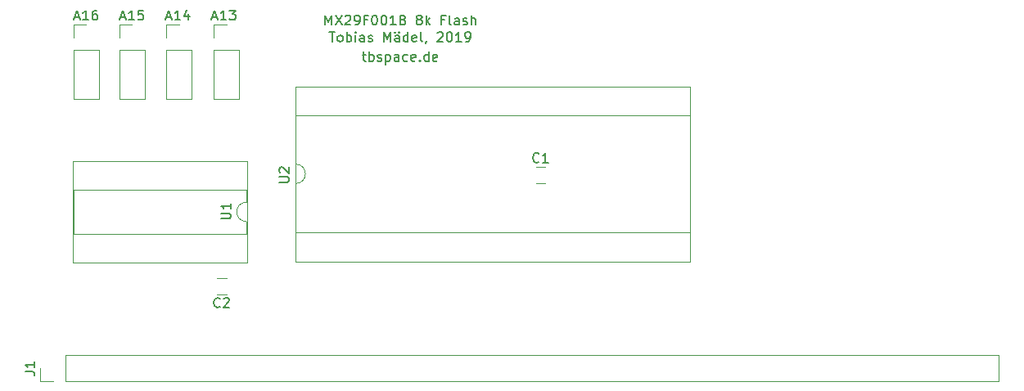
<source format=gto>
G04 #@! TF.GenerationSoftware,KiCad,Pcbnew,5.1.4*
G04 #@! TF.CreationDate,2019-10-08T23:19:43+02:00*
G04 #@! TF.ProjectId,rc-29f001,72632d32-3966-4303-9031-2e6b69636164,rev?*
G04 #@! TF.SameCoordinates,Original*
G04 #@! TF.FileFunction,Legend,Top*
G04 #@! TF.FilePolarity,Positive*
%FSLAX46Y46*%
G04 Gerber Fmt 4.6, Leading zero omitted, Abs format (unit mm)*
G04 Created by KiCad (PCBNEW 5.1.4) date 2019-10-08 23:19:43*
%MOMM*%
%LPD*%
G04 APERTURE LIST*
%ADD10C,0.150000*%
%ADD11C,0.120000*%
G04 APERTURE END LIST*
D10*
X38559523Y-151916666D02*
X39035714Y-151916666D01*
X38464285Y-152202380D02*
X38797619Y-151202380D01*
X39130952Y-152202380D01*
X39988095Y-152202380D02*
X39416666Y-152202380D01*
X39702380Y-152202380D02*
X39702380Y-151202380D01*
X39607142Y-151345238D01*
X39511904Y-151440476D01*
X39416666Y-151488095D01*
X40321428Y-151202380D02*
X40940476Y-151202380D01*
X40607142Y-151583333D01*
X40750000Y-151583333D01*
X40845238Y-151630952D01*
X40892857Y-151678571D01*
X40940476Y-151773809D01*
X40940476Y-152011904D01*
X40892857Y-152107142D01*
X40845238Y-152154761D01*
X40750000Y-152202380D01*
X40464285Y-152202380D01*
X40369047Y-152154761D01*
X40321428Y-152107142D01*
X33809523Y-151916666D02*
X34285714Y-151916666D01*
X33714285Y-152202380D02*
X34047619Y-151202380D01*
X34380952Y-152202380D01*
X35238095Y-152202380D02*
X34666666Y-152202380D01*
X34952380Y-152202380D02*
X34952380Y-151202380D01*
X34857142Y-151345238D01*
X34761904Y-151440476D01*
X34666666Y-151488095D01*
X36095238Y-151535714D02*
X36095238Y-152202380D01*
X35857142Y-151154761D02*
X35619047Y-151869047D01*
X36238095Y-151869047D01*
X29059523Y-151916666D02*
X29535714Y-151916666D01*
X28964285Y-152202380D02*
X29297619Y-151202380D01*
X29630952Y-152202380D01*
X30488095Y-152202380D02*
X29916666Y-152202380D01*
X30202380Y-152202380D02*
X30202380Y-151202380D01*
X30107142Y-151345238D01*
X30011904Y-151440476D01*
X29916666Y-151488095D01*
X31392857Y-151202380D02*
X30916666Y-151202380D01*
X30869047Y-151678571D01*
X30916666Y-151630952D01*
X31011904Y-151583333D01*
X31250000Y-151583333D01*
X31345238Y-151630952D01*
X31392857Y-151678571D01*
X31440476Y-151773809D01*
X31440476Y-152011904D01*
X31392857Y-152107142D01*
X31345238Y-152154761D01*
X31250000Y-152202380D01*
X31011904Y-152202380D01*
X30916666Y-152154761D01*
X30869047Y-152107142D01*
X24309523Y-151916666D02*
X24785714Y-151916666D01*
X24214285Y-152202380D02*
X24547619Y-151202380D01*
X24880952Y-152202380D01*
X25738095Y-152202380D02*
X25166666Y-152202380D01*
X25452380Y-152202380D02*
X25452380Y-151202380D01*
X25357142Y-151345238D01*
X25261904Y-151440476D01*
X25166666Y-151488095D01*
X26595238Y-151202380D02*
X26404761Y-151202380D01*
X26309523Y-151250000D01*
X26261904Y-151297619D01*
X26166666Y-151440476D01*
X26119047Y-151630952D01*
X26119047Y-152011904D01*
X26166666Y-152107142D01*
X26214285Y-152154761D01*
X26309523Y-152202380D01*
X26500000Y-152202380D01*
X26595238Y-152154761D01*
X26642857Y-152107142D01*
X26690476Y-152011904D01*
X26690476Y-151773809D01*
X26642857Y-151678571D01*
X26595238Y-151630952D01*
X26500000Y-151583333D01*
X26309523Y-151583333D01*
X26214285Y-151630952D01*
X26166666Y-151678571D01*
X26119047Y-151773809D01*
X54071428Y-155785714D02*
X54452380Y-155785714D01*
X54214285Y-155452380D02*
X54214285Y-156309523D01*
X54261904Y-156404761D01*
X54357142Y-156452380D01*
X54452380Y-156452380D01*
X54785714Y-156452380D02*
X54785714Y-155452380D01*
X54785714Y-155833333D02*
X54880952Y-155785714D01*
X55071428Y-155785714D01*
X55166666Y-155833333D01*
X55214285Y-155880952D01*
X55261904Y-155976190D01*
X55261904Y-156261904D01*
X55214285Y-156357142D01*
X55166666Y-156404761D01*
X55071428Y-156452380D01*
X54880952Y-156452380D01*
X54785714Y-156404761D01*
X55642857Y-156404761D02*
X55738095Y-156452380D01*
X55928571Y-156452380D01*
X56023809Y-156404761D01*
X56071428Y-156309523D01*
X56071428Y-156261904D01*
X56023809Y-156166666D01*
X55928571Y-156119047D01*
X55785714Y-156119047D01*
X55690476Y-156071428D01*
X55642857Y-155976190D01*
X55642857Y-155928571D01*
X55690476Y-155833333D01*
X55785714Y-155785714D01*
X55928571Y-155785714D01*
X56023809Y-155833333D01*
X56500000Y-155785714D02*
X56500000Y-156785714D01*
X56500000Y-155833333D02*
X56595238Y-155785714D01*
X56785714Y-155785714D01*
X56880952Y-155833333D01*
X56928571Y-155880952D01*
X56976190Y-155976190D01*
X56976190Y-156261904D01*
X56928571Y-156357142D01*
X56880952Y-156404761D01*
X56785714Y-156452380D01*
X56595238Y-156452380D01*
X56500000Y-156404761D01*
X57833333Y-156452380D02*
X57833333Y-155928571D01*
X57785714Y-155833333D01*
X57690476Y-155785714D01*
X57500000Y-155785714D01*
X57404761Y-155833333D01*
X57833333Y-156404761D02*
X57738095Y-156452380D01*
X57500000Y-156452380D01*
X57404761Y-156404761D01*
X57357142Y-156309523D01*
X57357142Y-156214285D01*
X57404761Y-156119047D01*
X57500000Y-156071428D01*
X57738095Y-156071428D01*
X57833333Y-156023809D01*
X58738095Y-156404761D02*
X58642857Y-156452380D01*
X58452380Y-156452380D01*
X58357142Y-156404761D01*
X58309523Y-156357142D01*
X58261904Y-156261904D01*
X58261904Y-155976190D01*
X58309523Y-155880952D01*
X58357142Y-155833333D01*
X58452380Y-155785714D01*
X58642857Y-155785714D01*
X58738095Y-155833333D01*
X59547619Y-156404761D02*
X59452380Y-156452380D01*
X59261904Y-156452380D01*
X59166666Y-156404761D01*
X59119047Y-156309523D01*
X59119047Y-155928571D01*
X59166666Y-155833333D01*
X59261904Y-155785714D01*
X59452380Y-155785714D01*
X59547619Y-155833333D01*
X59595238Y-155928571D01*
X59595238Y-156023809D01*
X59119047Y-156119047D01*
X60023809Y-156357142D02*
X60071428Y-156404761D01*
X60023809Y-156452380D01*
X59976190Y-156404761D01*
X60023809Y-156357142D01*
X60023809Y-156452380D01*
X60928571Y-156452380D02*
X60928571Y-155452380D01*
X60928571Y-156404761D02*
X60833333Y-156452380D01*
X60642857Y-156452380D01*
X60547619Y-156404761D01*
X60500000Y-156357142D01*
X60452380Y-156261904D01*
X60452380Y-155976190D01*
X60500000Y-155880952D01*
X60547619Y-155833333D01*
X60642857Y-155785714D01*
X60833333Y-155785714D01*
X60928571Y-155833333D01*
X61785714Y-156404761D02*
X61690476Y-156452380D01*
X61500000Y-156452380D01*
X61404761Y-156404761D01*
X61357142Y-156309523D01*
X61357142Y-155928571D01*
X61404761Y-155833333D01*
X61500000Y-155785714D01*
X61690476Y-155785714D01*
X61785714Y-155833333D01*
X61833333Y-155928571D01*
X61833333Y-156023809D01*
X61357142Y-156119047D01*
X50642857Y-153452380D02*
X51214285Y-153452380D01*
X50928571Y-154452380D02*
X50928571Y-153452380D01*
X51690476Y-154452380D02*
X51595238Y-154404761D01*
X51547619Y-154357142D01*
X51500000Y-154261904D01*
X51500000Y-153976190D01*
X51547619Y-153880952D01*
X51595238Y-153833333D01*
X51690476Y-153785714D01*
X51833333Y-153785714D01*
X51928571Y-153833333D01*
X51976190Y-153880952D01*
X52023809Y-153976190D01*
X52023809Y-154261904D01*
X51976190Y-154357142D01*
X51928571Y-154404761D01*
X51833333Y-154452380D01*
X51690476Y-154452380D01*
X52452380Y-154452380D02*
X52452380Y-153452380D01*
X52452380Y-153833333D02*
X52547619Y-153785714D01*
X52738095Y-153785714D01*
X52833333Y-153833333D01*
X52880952Y-153880952D01*
X52928571Y-153976190D01*
X52928571Y-154261904D01*
X52880952Y-154357142D01*
X52833333Y-154404761D01*
X52738095Y-154452380D01*
X52547619Y-154452380D01*
X52452380Y-154404761D01*
X53357142Y-154452380D02*
X53357142Y-153785714D01*
X53357142Y-153452380D02*
X53309523Y-153500000D01*
X53357142Y-153547619D01*
X53404761Y-153500000D01*
X53357142Y-153452380D01*
X53357142Y-153547619D01*
X54261904Y-154452380D02*
X54261904Y-153928571D01*
X54214285Y-153833333D01*
X54119047Y-153785714D01*
X53928571Y-153785714D01*
X53833333Y-153833333D01*
X54261904Y-154404761D02*
X54166666Y-154452380D01*
X53928571Y-154452380D01*
X53833333Y-154404761D01*
X53785714Y-154309523D01*
X53785714Y-154214285D01*
X53833333Y-154119047D01*
X53928571Y-154071428D01*
X54166666Y-154071428D01*
X54261904Y-154023809D01*
X54690476Y-154404761D02*
X54785714Y-154452380D01*
X54976190Y-154452380D01*
X55071428Y-154404761D01*
X55119047Y-154309523D01*
X55119047Y-154261904D01*
X55071428Y-154166666D01*
X54976190Y-154119047D01*
X54833333Y-154119047D01*
X54738095Y-154071428D01*
X54690476Y-153976190D01*
X54690476Y-153928571D01*
X54738095Y-153833333D01*
X54833333Y-153785714D01*
X54976190Y-153785714D01*
X55071428Y-153833333D01*
X56309523Y-154452380D02*
X56309523Y-153452380D01*
X56642857Y-154166666D01*
X56976190Y-153452380D01*
X56976190Y-154452380D01*
X57880952Y-154452380D02*
X57880952Y-153928571D01*
X57833333Y-153833333D01*
X57738095Y-153785714D01*
X57547619Y-153785714D01*
X57452380Y-153833333D01*
X57880952Y-154404761D02*
X57785714Y-154452380D01*
X57547619Y-154452380D01*
X57452380Y-154404761D01*
X57404761Y-154309523D01*
X57404761Y-154214285D01*
X57452380Y-154119047D01*
X57547619Y-154071428D01*
X57785714Y-154071428D01*
X57880952Y-154023809D01*
X57452380Y-153452380D02*
X57500000Y-153500000D01*
X57452380Y-153547619D01*
X57404761Y-153500000D01*
X57452380Y-153452380D01*
X57452380Y-153547619D01*
X57833333Y-153452380D02*
X57880952Y-153500000D01*
X57833333Y-153547619D01*
X57785714Y-153500000D01*
X57833333Y-153452380D01*
X57833333Y-153547619D01*
X58785714Y-154452380D02*
X58785714Y-153452380D01*
X58785714Y-154404761D02*
X58690476Y-154452380D01*
X58500000Y-154452380D01*
X58404761Y-154404761D01*
X58357142Y-154357142D01*
X58309523Y-154261904D01*
X58309523Y-153976190D01*
X58357142Y-153880952D01*
X58404761Y-153833333D01*
X58500000Y-153785714D01*
X58690476Y-153785714D01*
X58785714Y-153833333D01*
X59642857Y-154404761D02*
X59547619Y-154452380D01*
X59357142Y-154452380D01*
X59261904Y-154404761D01*
X59214285Y-154309523D01*
X59214285Y-153928571D01*
X59261904Y-153833333D01*
X59357142Y-153785714D01*
X59547619Y-153785714D01*
X59642857Y-153833333D01*
X59690476Y-153928571D01*
X59690476Y-154023809D01*
X59214285Y-154119047D01*
X60261904Y-154452380D02*
X60166666Y-154404761D01*
X60119047Y-154309523D01*
X60119047Y-153452380D01*
X60690476Y-154404761D02*
X60690476Y-154452380D01*
X60642857Y-154547619D01*
X60595238Y-154595238D01*
X61833333Y-153547619D02*
X61880952Y-153500000D01*
X61976190Y-153452380D01*
X62214285Y-153452380D01*
X62309523Y-153500000D01*
X62357142Y-153547619D01*
X62404761Y-153642857D01*
X62404761Y-153738095D01*
X62357142Y-153880952D01*
X61785714Y-154452380D01*
X62404761Y-154452380D01*
X63023809Y-153452380D02*
X63119047Y-153452380D01*
X63214285Y-153500000D01*
X63261904Y-153547619D01*
X63309523Y-153642857D01*
X63357142Y-153833333D01*
X63357142Y-154071428D01*
X63309523Y-154261904D01*
X63261904Y-154357142D01*
X63214285Y-154404761D01*
X63119047Y-154452380D01*
X63023809Y-154452380D01*
X62928571Y-154404761D01*
X62880952Y-154357142D01*
X62833333Y-154261904D01*
X62785714Y-154071428D01*
X62785714Y-153833333D01*
X62833333Y-153642857D01*
X62880952Y-153547619D01*
X62928571Y-153500000D01*
X63023809Y-153452380D01*
X64309523Y-154452380D02*
X63738095Y-154452380D01*
X64023809Y-154452380D02*
X64023809Y-153452380D01*
X63928571Y-153595238D01*
X63833333Y-153690476D01*
X63738095Y-153738095D01*
X64785714Y-154452380D02*
X64976190Y-154452380D01*
X65071428Y-154404761D01*
X65119047Y-154357142D01*
X65214285Y-154214285D01*
X65261904Y-154023809D01*
X65261904Y-153642857D01*
X65214285Y-153547619D01*
X65166666Y-153500000D01*
X65071428Y-153452380D01*
X64880952Y-153452380D01*
X64785714Y-153500000D01*
X64738095Y-153547619D01*
X64690476Y-153642857D01*
X64690476Y-153880952D01*
X64738095Y-153976190D01*
X64785714Y-154023809D01*
X64880952Y-154071428D01*
X65071428Y-154071428D01*
X65166666Y-154023809D01*
X65214285Y-153976190D01*
X65261904Y-153880952D01*
X50238095Y-152702380D02*
X50238095Y-151702380D01*
X50571428Y-152416666D01*
X50904761Y-151702380D01*
X50904761Y-152702380D01*
X51285714Y-151702380D02*
X51952380Y-152702380D01*
X51952380Y-151702380D02*
X51285714Y-152702380D01*
X52285714Y-151797619D02*
X52333333Y-151750000D01*
X52428571Y-151702380D01*
X52666666Y-151702380D01*
X52761904Y-151750000D01*
X52809523Y-151797619D01*
X52857142Y-151892857D01*
X52857142Y-151988095D01*
X52809523Y-152130952D01*
X52238095Y-152702380D01*
X52857142Y-152702380D01*
X53333333Y-152702380D02*
X53523809Y-152702380D01*
X53619047Y-152654761D01*
X53666666Y-152607142D01*
X53761904Y-152464285D01*
X53809523Y-152273809D01*
X53809523Y-151892857D01*
X53761904Y-151797619D01*
X53714285Y-151750000D01*
X53619047Y-151702380D01*
X53428571Y-151702380D01*
X53333333Y-151750000D01*
X53285714Y-151797619D01*
X53238095Y-151892857D01*
X53238095Y-152130952D01*
X53285714Y-152226190D01*
X53333333Y-152273809D01*
X53428571Y-152321428D01*
X53619047Y-152321428D01*
X53714285Y-152273809D01*
X53761904Y-152226190D01*
X53809523Y-152130952D01*
X54571428Y-152178571D02*
X54238095Y-152178571D01*
X54238095Y-152702380D02*
X54238095Y-151702380D01*
X54714285Y-151702380D01*
X55285714Y-151702380D02*
X55380952Y-151702380D01*
X55476190Y-151750000D01*
X55523809Y-151797619D01*
X55571428Y-151892857D01*
X55619047Y-152083333D01*
X55619047Y-152321428D01*
X55571428Y-152511904D01*
X55523809Y-152607142D01*
X55476190Y-152654761D01*
X55380952Y-152702380D01*
X55285714Y-152702380D01*
X55190476Y-152654761D01*
X55142857Y-152607142D01*
X55095238Y-152511904D01*
X55047619Y-152321428D01*
X55047619Y-152083333D01*
X55095238Y-151892857D01*
X55142857Y-151797619D01*
X55190476Y-151750000D01*
X55285714Y-151702380D01*
X56238095Y-151702380D02*
X56333333Y-151702380D01*
X56428571Y-151750000D01*
X56476190Y-151797619D01*
X56523809Y-151892857D01*
X56571428Y-152083333D01*
X56571428Y-152321428D01*
X56523809Y-152511904D01*
X56476190Y-152607142D01*
X56428571Y-152654761D01*
X56333333Y-152702380D01*
X56238095Y-152702380D01*
X56142857Y-152654761D01*
X56095238Y-152607142D01*
X56047619Y-152511904D01*
X56000000Y-152321428D01*
X56000000Y-152083333D01*
X56047619Y-151892857D01*
X56095238Y-151797619D01*
X56142857Y-151750000D01*
X56238095Y-151702380D01*
X57523809Y-152702380D02*
X56952380Y-152702380D01*
X57238095Y-152702380D02*
X57238095Y-151702380D01*
X57142857Y-151845238D01*
X57047619Y-151940476D01*
X56952380Y-151988095D01*
X58285714Y-152178571D02*
X58428571Y-152226190D01*
X58476190Y-152273809D01*
X58523809Y-152369047D01*
X58523809Y-152511904D01*
X58476190Y-152607142D01*
X58428571Y-152654761D01*
X58333333Y-152702380D01*
X57952380Y-152702380D01*
X57952380Y-151702380D01*
X58285714Y-151702380D01*
X58380952Y-151750000D01*
X58428571Y-151797619D01*
X58476190Y-151892857D01*
X58476190Y-151988095D01*
X58428571Y-152083333D01*
X58380952Y-152130952D01*
X58285714Y-152178571D01*
X57952380Y-152178571D01*
X59857142Y-152130952D02*
X59761904Y-152083333D01*
X59714285Y-152035714D01*
X59666666Y-151940476D01*
X59666666Y-151892857D01*
X59714285Y-151797619D01*
X59761904Y-151750000D01*
X59857142Y-151702380D01*
X60047619Y-151702380D01*
X60142857Y-151750000D01*
X60190476Y-151797619D01*
X60238095Y-151892857D01*
X60238095Y-151940476D01*
X60190476Y-152035714D01*
X60142857Y-152083333D01*
X60047619Y-152130952D01*
X59857142Y-152130952D01*
X59761904Y-152178571D01*
X59714285Y-152226190D01*
X59666666Y-152321428D01*
X59666666Y-152511904D01*
X59714285Y-152607142D01*
X59761904Y-152654761D01*
X59857142Y-152702380D01*
X60047619Y-152702380D01*
X60142857Y-152654761D01*
X60190476Y-152607142D01*
X60238095Y-152511904D01*
X60238095Y-152321428D01*
X60190476Y-152226190D01*
X60142857Y-152178571D01*
X60047619Y-152130952D01*
X60666666Y-152702380D02*
X60666666Y-151702380D01*
X60761904Y-152321428D02*
X61047619Y-152702380D01*
X61047619Y-152035714D02*
X60666666Y-152416666D01*
X62571428Y-152178571D02*
X62238095Y-152178571D01*
X62238095Y-152702380D02*
X62238095Y-151702380D01*
X62714285Y-151702380D01*
X63238095Y-152702380D02*
X63142857Y-152654761D01*
X63095238Y-152559523D01*
X63095238Y-151702380D01*
X64047619Y-152702380D02*
X64047619Y-152178571D01*
X64000000Y-152083333D01*
X63904761Y-152035714D01*
X63714285Y-152035714D01*
X63619047Y-152083333D01*
X64047619Y-152654761D02*
X63952380Y-152702380D01*
X63714285Y-152702380D01*
X63619047Y-152654761D01*
X63571428Y-152559523D01*
X63571428Y-152464285D01*
X63619047Y-152369047D01*
X63714285Y-152321428D01*
X63952380Y-152321428D01*
X64047619Y-152273809D01*
X64476190Y-152654761D02*
X64571428Y-152702380D01*
X64761904Y-152702380D01*
X64857142Y-152654761D01*
X64904761Y-152559523D01*
X64904761Y-152511904D01*
X64857142Y-152416666D01*
X64761904Y-152369047D01*
X64619047Y-152369047D01*
X64523809Y-152321428D01*
X64476190Y-152226190D01*
X64476190Y-152178571D01*
X64523809Y-152083333D01*
X64619047Y-152035714D01*
X64761904Y-152035714D01*
X64857142Y-152083333D01*
X65333333Y-152702380D02*
X65333333Y-151702380D01*
X65761904Y-152702380D02*
X65761904Y-152178571D01*
X65714285Y-152083333D01*
X65619047Y-152035714D01*
X65476190Y-152035714D01*
X65380952Y-152083333D01*
X65333333Y-152130952D01*
D11*
X47170000Y-167130000D02*
G75*
G02X47170000Y-169130000I0J-1000000D01*
G01*
X47170000Y-169130000D02*
X47170000Y-174190000D01*
X47170000Y-174190000D02*
X87930000Y-174190000D01*
X87930000Y-174190000D02*
X87930000Y-162070000D01*
X87930000Y-162070000D02*
X47170000Y-162070000D01*
X47170000Y-162070000D02*
X47170000Y-167130000D01*
X47110000Y-177190000D02*
X87990000Y-177190000D01*
X87990000Y-177190000D02*
X87990000Y-159070000D01*
X87990000Y-159070000D02*
X47110000Y-159070000D01*
X47110000Y-159070000D02*
X47110000Y-177190000D01*
X42080000Y-173060000D02*
G75*
G02X42080000Y-171060000I0J1000000D01*
G01*
X42080000Y-171060000D02*
X42080000Y-169810000D01*
X42080000Y-169810000D02*
X24180000Y-169810000D01*
X24180000Y-169810000D02*
X24180000Y-174310000D01*
X24180000Y-174310000D02*
X42080000Y-174310000D01*
X42080000Y-174310000D02*
X42080000Y-173060000D01*
X42140000Y-166810000D02*
X24120000Y-166810000D01*
X24120000Y-166810000D02*
X24120000Y-177310000D01*
X24120000Y-177310000D02*
X42140000Y-177310000D01*
X42140000Y-177310000D02*
X42140000Y-166810000D01*
X38670000Y-160410000D02*
X41330000Y-160410000D01*
X38670000Y-155270000D02*
X38670000Y-160410000D01*
X41330000Y-155270000D02*
X41330000Y-160410000D01*
X38670000Y-155270000D02*
X41330000Y-155270000D01*
X38670000Y-154000000D02*
X38670000Y-152670000D01*
X38670000Y-152670000D02*
X40000000Y-152670000D01*
X33760000Y-160410000D02*
X36420000Y-160410000D01*
X33760000Y-155270000D02*
X33760000Y-160410000D01*
X36420000Y-155270000D02*
X36420000Y-160410000D01*
X33760000Y-155270000D02*
X36420000Y-155270000D01*
X33760000Y-154000000D02*
X33760000Y-152670000D01*
X33760000Y-152670000D02*
X35090000Y-152670000D01*
X28920000Y-160410000D02*
X31580000Y-160410000D01*
X28920000Y-155270000D02*
X28920000Y-160410000D01*
X31580000Y-155270000D02*
X31580000Y-160410000D01*
X28920000Y-155270000D02*
X31580000Y-155270000D01*
X28920000Y-154000000D02*
X28920000Y-152670000D01*
X28920000Y-152670000D02*
X30250000Y-152670000D01*
X24170000Y-160410000D02*
X26830000Y-160410000D01*
X24170000Y-155270000D02*
X24170000Y-160410000D01*
X26830000Y-155270000D02*
X26830000Y-160410000D01*
X24170000Y-155270000D02*
X26830000Y-155270000D01*
X24170000Y-154000000D02*
X24170000Y-152670000D01*
X24170000Y-152670000D02*
X25500000Y-152670000D01*
X39000000Y-180600000D02*
X40000000Y-180600000D01*
X40000000Y-178900000D02*
X39000000Y-178900000D01*
X73000000Y-167400000D02*
X72000000Y-167400000D01*
X72000000Y-169100000D02*
X73000000Y-169100000D01*
X20730000Y-189580000D02*
X20730000Y-188250000D01*
X22060000Y-189580000D02*
X20730000Y-189580000D01*
X23330000Y-189580000D02*
X23330000Y-186920000D01*
X23330000Y-186920000D02*
X119910000Y-186920000D01*
X23330000Y-189580000D02*
X119910000Y-189580000D01*
X119910000Y-189580000D02*
X119910000Y-186920000D01*
D10*
X45452380Y-169011904D02*
X46261904Y-169011904D01*
X46357142Y-168964285D01*
X46404761Y-168916666D01*
X46452380Y-168821428D01*
X46452380Y-168630952D01*
X46404761Y-168535714D01*
X46357142Y-168488095D01*
X46261904Y-168440476D01*
X45452380Y-168440476D01*
X45547619Y-168011904D02*
X45500000Y-167964285D01*
X45452380Y-167869047D01*
X45452380Y-167630952D01*
X45500000Y-167535714D01*
X45547619Y-167488095D01*
X45642857Y-167440476D01*
X45738095Y-167440476D01*
X45880952Y-167488095D01*
X46452380Y-168059523D01*
X46452380Y-167440476D01*
X39452380Y-172761904D02*
X40261904Y-172761904D01*
X40357142Y-172714285D01*
X40404761Y-172666666D01*
X40452380Y-172571428D01*
X40452380Y-172380952D01*
X40404761Y-172285714D01*
X40357142Y-172238095D01*
X40261904Y-172190476D01*
X39452380Y-172190476D01*
X40452380Y-171190476D02*
X40452380Y-171761904D01*
X40452380Y-171476190D02*
X39452380Y-171476190D01*
X39595238Y-171571428D01*
X39690476Y-171666666D01*
X39738095Y-171761904D01*
X39333333Y-181857142D02*
X39285714Y-181904761D01*
X39142857Y-181952380D01*
X39047619Y-181952380D01*
X38904761Y-181904761D01*
X38809523Y-181809523D01*
X38761904Y-181714285D01*
X38714285Y-181523809D01*
X38714285Y-181380952D01*
X38761904Y-181190476D01*
X38809523Y-181095238D01*
X38904761Y-181000000D01*
X39047619Y-180952380D01*
X39142857Y-180952380D01*
X39285714Y-181000000D01*
X39333333Y-181047619D01*
X39714285Y-181047619D02*
X39761904Y-181000000D01*
X39857142Y-180952380D01*
X40095238Y-180952380D01*
X40190476Y-181000000D01*
X40238095Y-181047619D01*
X40285714Y-181142857D01*
X40285714Y-181238095D01*
X40238095Y-181380952D01*
X39666666Y-181952380D01*
X40285714Y-181952380D01*
X72333333Y-166857142D02*
X72285714Y-166904761D01*
X72142857Y-166952380D01*
X72047619Y-166952380D01*
X71904761Y-166904761D01*
X71809523Y-166809523D01*
X71761904Y-166714285D01*
X71714285Y-166523809D01*
X71714285Y-166380952D01*
X71761904Y-166190476D01*
X71809523Y-166095238D01*
X71904761Y-166000000D01*
X72047619Y-165952380D01*
X72142857Y-165952380D01*
X72285714Y-166000000D01*
X72333333Y-166047619D01*
X73285714Y-166952380D02*
X72714285Y-166952380D01*
X73000000Y-166952380D02*
X73000000Y-165952380D01*
X72904761Y-166095238D01*
X72809523Y-166190476D01*
X72714285Y-166238095D01*
X19182380Y-188583333D02*
X19896666Y-188583333D01*
X20039523Y-188630952D01*
X20134761Y-188726190D01*
X20182380Y-188869047D01*
X20182380Y-188964285D01*
X20182380Y-187583333D02*
X20182380Y-188154761D01*
X20182380Y-187869047D02*
X19182380Y-187869047D01*
X19325238Y-187964285D01*
X19420476Y-188059523D01*
X19468095Y-188154761D01*
M02*

</source>
